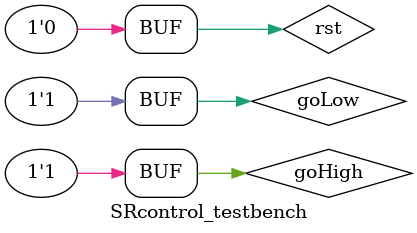
<source format=sv>
module SRcontrol (
	input rst,
	input goHigh,
	input goLow,
	output reg dataClk);
	
	initial 
		dataClk <= 0;
	
	always @*  // NOTE: Ignore latch warning, intended behavior
		if (rst | goLow) 
			dataClk <= 0;
		else if (goHigh) 
			dataClk <= 1;
	
endmodule


module SRcontrol_testbench();
	logic rst;
	logic goHigh;
	logic goLow;
	logic dataClk;
	
	SRcontrol dut (.rst, .goHigh, .goLow, .dataClk);

	// Try all combinations of inputs.
	initial begin 
		goHigh <= 0; goLow <= 0; rst <= 1; #5;
		goHigh <= 0; goLow <= 0; rst <= 0; #5;
		goHigh <= 1; goLow <= 0; #5;
		goHigh <= 0; goLow <= 1; #5;
		goHigh <= 1; goLow <= 1; #5;
	end
	
endmodule

</source>
